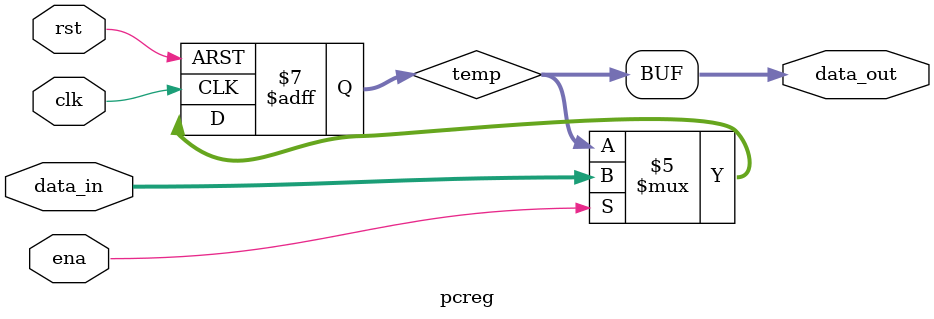
<source format=v>
module pcreg(
 input clk,   //1 Î»ÊäÈë£¬¼Ä´æÆ÷Ê±ÖÓÐÅºÅ£¬ÉÏÉýÑØÊ±Îª PC ¼Ä´æÆ÷¸³Öµ
 input rst,   //1 Î»ÊäÈë£¬Òì²½ÖØÖÃÐÅºÅ£¬¸ßµçÆ½Ê±½« PC ¼Ä´æÆ÷ÇåÁã //×¢£ºµ± ena ÐÅºÅÎÞÐ§Ê±£¬rst Ò²¿ÉÒÔÖØÖÃ¼Ä´æÆ÷
 input ena,   //1 Î»ÊäÈë,ÓÐÐ§ÐÅºÅ¸ßµçÆ½Ê± PC ¼Ä´æÆ÷¶ÁÈë data_in //µÄÖµ£¬·ñÔò±£³ÖÔ­ÓÐÊä³ö
 input [31:0] data_in, //32 Î»ÊäÈë£¬ÊäÈëÊý¾Ý½«±»´æÈë¼Ä´æÆ÷ÄÚ²¿
 output [31:0]data_out   //32 Î»Êä³ö£¬¹¤×÷Ê±Ê¼ÖÕÊä³ö PC  //¼Ä´æÆ÷ÄÚ²¿´æ´¢µÄÖµ
);
reg [31:0] temp;
/*initial
temp=0;*/
always@(posedge clk or posedge rst)
begin
if(rst==1)
begin
temp=0;
end
else if(ena==1)
begin
temp=data_in;
end
end
assign data_out=temp;
endmodule
</source>
